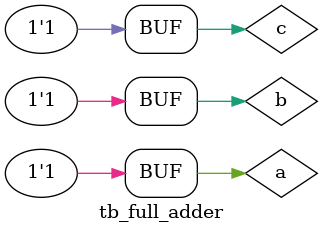
<source format=v>


module tb_full_adder;

reg a, b, c;
wire sum, carry;

full_adder dutt(.a(a), .b(b), .c(c), .s(sum), .ca(carry));

initial 
begin 
a = 0;
b = 0;
c = 0;
#10

a = 0;
b = 1;
c = 0;
#10

a = 1;
b = 0;
c = 0;
#10

a = 1;
b = 1;
c = 0;
#10;

a = 0;
b = 0;
c = 1;
#10;

a = 0;
b = 1;
c = 1;
#10;

a = 1;
b = 0;
c = 1;
#10;

a = 1;
b = 1;
c = 1;
#10;


end
endmodule
</source>
